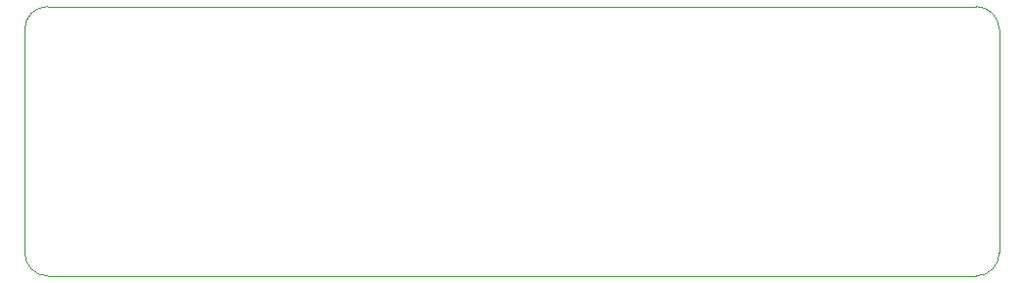
<source format=gbr>
%TF.GenerationSoftware,KiCad,Pcbnew,8.0.4*%
%TF.CreationDate,2024-09-16T11:47:42-03:00*%
%TF.ProjectId,Mini-C3,4d696e69-2d43-4332-9e6b-696361645f70,rev?*%
%TF.SameCoordinates,Original*%
%TF.FileFunction,Profile,NP*%
%FSLAX46Y46*%
G04 Gerber Fmt 4.6, Leading zero omitted, Abs format (unit mm)*
G04 Created by KiCad (PCBNEW 8.0.4) date 2024-09-16 11:47:42*
%MOMM*%
%LPD*%
G01*
G04 APERTURE LIST*
%TA.AperFunction,Profile*%
%ADD10C,0.050000*%
%TD*%
G04 APERTURE END LIST*
D10*
X192430000Y-81820000D02*
X192430000Y-101120000D01*
X110305000Y-103120000D02*
G75*
G02*
X108305000Y-101120000I0J2000000D01*
G01*
X110305000Y-79820000D02*
X190430000Y-79820000D01*
X190430000Y-79820000D02*
G75*
G02*
X192430000Y-81820000I0J-2000000D01*
G01*
X190430000Y-103120000D02*
X110305000Y-103120000D01*
X108305000Y-81820000D02*
G75*
G02*
X110305000Y-79820000I2000000J0D01*
G01*
X192430000Y-101120000D02*
G75*
G02*
X190430000Y-103120000I-2000000J0D01*
G01*
X108305000Y-101120000D02*
X108305000Y-81820000D01*
M02*

</source>
